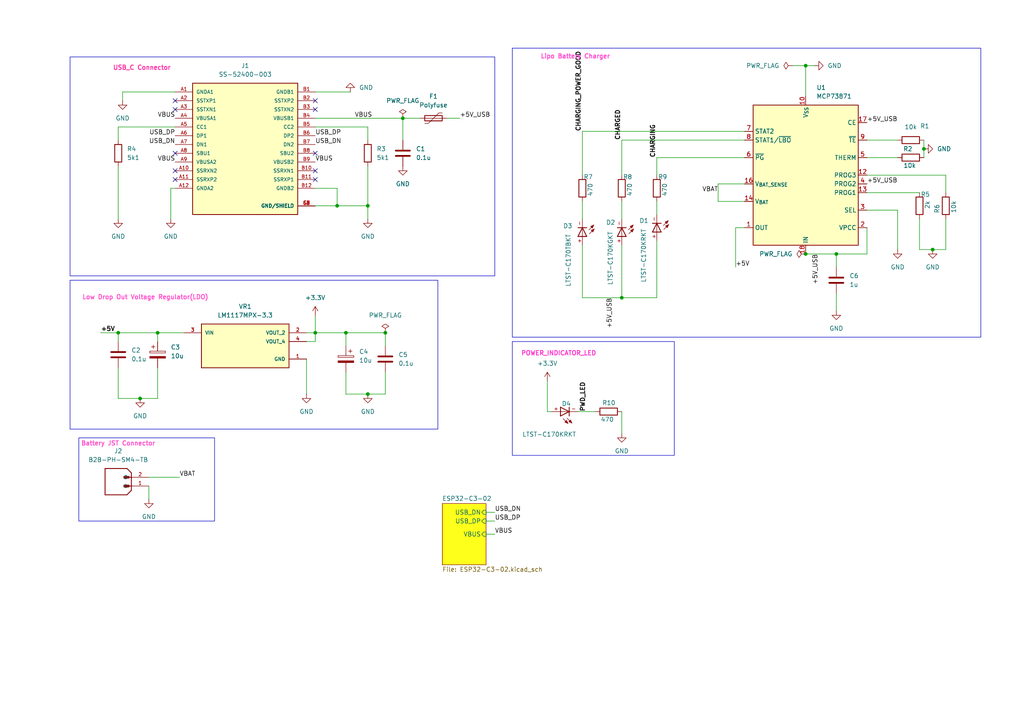
<source format=kicad_sch>
(kicad_sch (version 20250114) (generator "eeschema") (generator_version "9.0")
  (paper "A4")
  (title_block (title "ESP32 IOT ") (date "2025-08-25") (company "Self Initiated") (comment 1 "Made By- Er. Abhishek Yadav"))
  (lib_symbols
    (symbol "B2B-PH-SM4-TB:B2B-PH-SM4-TB" (pin_names (offset 1.016))
      (property "Reference" "J" (at 0 6.35 0))
      (property "Value" "B2B-PH-SM4-TB" (at 0 -5.08 0))
      (symbol "B2B-PH-SM4-TB_0_0"
        (polyline (pts (xy 0 3.81) (xy 0 2.54)) (stroke (width 0.254)))
        (polyline (pts (xy 0 3.81) (xy 1.27 5.08)) (stroke (width 0.254)))
        (polyline (pts (xy 0 2.54) (xy 0 -1.27)) (stroke (width 0.254)))
        (polyline (pts (xy 0 2.54) (xy 1.905 2.54)) (stroke (width 0.254)))
        (polyline (pts (xy 0 0) (xy 1.905 0)) (stroke (width 0.254)))
        (polyline (pts (xy 0 -1.27) (xy 1.27 -2.54)) (stroke (width 0.254)))
        (rectangle (start 0.635 2.2225) (end 2.2225 2.8575) (stroke (width 0.1)) (fill (type outline)))
        (rectangle (start 0.635 -0.3175) (end 2.2225 0.3175) (stroke (width 0.1)) (fill (type outline)))
        (polyline (pts (xy 1.27 -2.54) (xy 7.62 -2.54)) (stroke (width 0.254)))
        (polyline (pts (xy 7.62 5.08) (xy 1.27 5.08)) (stroke (width 0.254)))
        (polyline (pts (xy 7.62 -2.54) (xy 7.62 5.08)) (stroke (width 0.254)))
        (pin passive line (at -5.08 2.54 0) (length 5.08) (name "1") (number "1"))
        (pin passive line (at -5.08 0 0) (length 5.08) (name "2") (number "2"))
      )
    )
    (symbol "Battery_Management:MCP73871"
      (property "Reference" "U" (at -7.62 24.13 0))
      (property "Value" "MCP73871" (at -15.24 21.59 0))
      (symbol "MCP73871_0_1"
        (rectangle (start -15.24 20.32) (end 15.24 -20.32) (stroke (width 0.254)) (fill (type background)))
      )
      (symbol "MCP73871_1_1"
        (pin input line (at -17.78 15.24 0) (length 2.54) (name "VPCC") (number "2"))
        (pin input line (at -17.78 10.16 0) (length 2.54) (name "SEL") (number "3"))
        (pin bidirectional line (at -17.78 5.08 0) (length 2.54) (name "PROG1") (number "13"))
        (pin input line (at -17.78 2.54 0) (length 2.54) (name "PROG2") (number "4"))
        (pin bidirectional line (at -17.78 0 0) (length 2.54) (name "PROG3") (number "12"))
        (pin bidirectional line (at -17.78 -5.08 0) (length 2.54) (name "THERM") (number "5"))
        (pin input line (at -17.78 -10.16 0) (length 2.54) (name "~{TE}") (number "9"))
        (pin input line (at -17.78 -15.24 0) (length 2.54) (name "CE") (number "17"))
        (pin power_in line (at 0 22.86 270) (length 2.54) (name "IN") (number "18"))
        (pin passive line (at 0 22.86 270) (length 2.54) (hide yes) (name "IN") (number "19"))
        (pin power_in line (at 0 -22.86 90) (length 2.54) (name "V_{SS}") (number "10"))
        (pin passive line (at 0 -22.86 90) (length 2.54) (hide yes) (name "V_{SS}") (number "11"))
        (pin passive line (at 0 -22.86 90) (length 2.54) (hide yes) (name "V_{SS}") (number "21"))
        (pin power_out line (at 17.78 15.24 180) (length 2.54) (name "OUT") (number "1"))
        (pin passive line (at 17.78 15.24 180) (length 2.54) (hide yes) (name "OUT") (number "20"))
        (pin power_out line (at 17.78 7.62 180) (length 2.54) (name "V_{BAT}") (number "14"))
        (pin passive line (at 17.78 7.62 180) (length 2.54) (hide yes) (name "V_{BAT}") (number "15"))
        (pin input line (at 17.78 2.54 180) (length 2.54) (name "V_{BAT_SENSE}") (number "16"))
        (pin open_collector line (at 17.78 -5.08 180) (length 2.54) (name "~{PG}") (number "6"))
        (pin open_collector line (at 17.78 -10.16 180) (length 2.54) (name "STAT1/~{LBO}") (number "8"))
        (pin open_collector line (at 17.78 -12.7 180) (length 2.54) (name "STAT2") (number "7"))
      )
    )
    (symbol "Device:C" (pin_numbers (hide yes)) (pin_names (offset 0.254))
      (property "Reference" "C" (at 0.635 2.54 0))
      (property "Value" "C" (at 0.635 -2.54 0))
      (symbol "C_0_1"
        (polyline (pts (xy -2.032 0.762) (xy 2.032 0.762)) (stroke (width 0.508)))
        (polyline (pts (xy -2.032 -0.762) (xy 2.032 -0.762)) (stroke (width 0.508)))
      )
      (symbol "C_1_1"
        (pin passive line (at 0 3.81 270) (length 2.794) (name "~") (number "1"))
        (pin passive line (at 0 -3.81 90) (length 2.794) (name "~") (number "2"))
      )
    )
    (symbol "Device:C_Polarized" (pin_numbers (hide yes)) (pin_names (offset 0.254))
      (property "Reference" "C" (at 0.635 2.54 0))
      (property "Value" "C_Polarized" (at 0.635 -2.54 0))
      (symbol "C_Polarized_0_1"
        (rectangle (start -2.286 0.508) (end 2.286 1.016))
        (polyline (pts (xy -1.778 2.286) (xy -0.762 2.286)))
        (polyline (pts (xy -1.27 2.794) (xy -1.27 1.778)))
        (rectangle (start 2.286 -0.508) (end -2.286 -1.016) (fill (type outline)))
      )
      (symbol "C_Polarized_1_1"
        (pin passive line (at 0 3.81 270) (length 2.794) (name "~") (number "1"))
        (pin passive line (at 0 -3.81 90) (length 2.794) (name "~") (number "2"))
      )
    )
    (symbol "Device:Polyfuse" (pin_numbers (hide yes)) (pin_names (offset 0))
      (property "Reference" "F" (at -2.54 0 90))
      (property "Value" "Polyfuse" (at 2.54 0 90))
      (symbol "Polyfuse_0_1"
        (polyline (pts (xy -1.524 2.54) (xy -1.524 1.524) (xy 1.524 -1.524) (xy 1.524 -2.54)))
        (rectangle (start -0.762 2.54) (end 0.762 -2.54) (stroke (width 0.254)))
        (polyline (pts (xy 0 2.54) (xy 0 -2.54)))
      )
      (symbol "Polyfuse_1_1"
        (pin passive line (at 0 3.81 270) (length 1.27) (name "~") (number "1"))
        (pin passive line (at 0 -3.81 90) (length 1.27) (name "~") (number "2"))
      )
    )
    (symbol "Device:R" (pin_numbers (hide yes)) (pin_names (offset 0))
      (property "Reference" "R" (at 2.032 0 90))
      (property "Value" "R" (at 0 0 90))
      (symbol "R_0_1"
        (rectangle (start -1.016 -2.54) (end 1.016 2.54) (stroke (width 0.254)))
      )
      (symbol "R_1_1"
        (pin passive line (at 0 3.81 270) (length 1.27) (name "~") (number "1"))
        (pin passive line (at 0 -3.81 90) (length 1.27) (name "~") (number "2"))
      )
    )
    (symbol "LM1117MPX-3.3:LM1117MPX-3.3" (pin_names (offset 1.016))
      (property "Reference" "VR" (at -12.7 6.08 0))
      (property "Value" "LM1117MPX-3.3" (at -12.7 -9.08 0))
      (symbol "LM1117MPX-3.3_0_0"
        (rectangle (start -12.7 -7.62) (end 12.7 5.08) (stroke (width 0.254)) (fill (type background)))
        (pin input line (at -17.78 2.54 0) (length 5.08) (name "VIN") (number "3"))
        (pin passive line (at 17.78 2.54 180) (length 5.08) (name "VOUT_2") (number "2"))
        (pin passive line (at 17.78 0 180) (length 5.08) (name "VOUT_4") (number "4"))
        (pin power_in line (at 17.78 -5.08 180) (length 5.08) (name "GND") (number "1"))
      )
    )
    (symbol "LTST-C170KGKT:LTST-C170KGKT" (pin_names (offset 1.016))
      (property "Reference" "D" (at -2.0353 4.0705 0))
      (property "Value" "LTST-C170KGKT" (at -2.0323 -5.7159 0))
      (symbol "LTST-C170KGKT_0_0"
        (polyline (pts (xy -0.762 3.302) (xy 0.127 2.921) (xy -0.381 2.413) (xy -0.762 3.302)) (stroke (width 0.1524)) (fill (type outline)))
        (polyline (pts (xy 0 0) (xy 0 1.27)) (stroke (width 0.254)))
        (polyline (pts (xy 0 0) (xy 2.54 1.27)) (stroke (width 0.254)))
        (polyline (pts (xy 0 -1.27) (xy 0 0)) (stroke (width 0.254)))
        (polyline (pts (xy 0.381 3.429) (xy 1.27 3.048) (xy 0.762 2.54) (xy 0.381 3.429)) (stroke (width 0.1524)) (fill (type outline)))
        (polyline (pts (xy 0.635 1.905) (xy -0.762 3.302)) (stroke (width 0.1524)))
        (polyline (pts (xy 1.778 2.032) (xy 0.381 3.429)) (stroke (width 0.1524)))
        (polyline (pts (xy 2.54 0) (xy 0 0)) (stroke (width 0.1524)))
        (polyline (pts (xy 2.54 0) (xy 2.54 1.27)) (stroke (width 0.254)))
        (polyline (pts (xy 2.54 -1.27) (xy 0 0)) (stroke (width 0.254)))
        (polyline (pts (xy 2.54 -1.27) (xy 2.54 0)) (stroke (width 0.254)))
        (pin passive line (at -2.54 0 0) (length 2.54) (name "~") (number "-"))
        (pin passive line (at 5.08 0 180) (length 2.54) (name "~") (number "+"))
      )
    )
    (symbol "LTST-C170KRKT:LTST-C170KRKT" (pin_names (offset 1.016))
      (property "Reference" "D" (at -2.0343 4.0686 0))
      (property "Value" "LTST-C170KRKT" (at -2.0325 -5.7164 0))
      (symbol "LTST-C170KRKT_0_0"
        (polyline (pts (xy -0.762 3.302) (xy 0.127 2.921) (xy -0.381 2.413) (xy -0.762 3.302)) (stroke (width 0.1524)) (fill (type outline)))
        (polyline (pts (xy 0 0) (xy 0 1.27)) (stroke (width 0.254)))
        (polyline (pts (xy 0 0) (xy 2.54 1.27)) (stroke (width 0.254)))
        (polyline (pts (xy 0 -1.27) (xy 0 0)) (stroke (width 0.254)))
        (polyline (pts (xy 0.381 3.429) (xy 1.27 3.048) (xy 0.762 2.54) (xy 0.381 3.429)) (stroke (width 0.1524)) (fill (type outline)))
        (polyline (pts (xy 0.635 1.905) (xy -0.762 3.302)) (stroke (width 0.1524)))
        (polyline (pts (xy 1.778 2.032) (xy 0.381 3.429)) (stroke (width 0.1524)))
        (polyline (pts (xy 2.54 0) (xy 0 0)) (stroke (width 0.1524)))
        (polyline (pts (xy 2.54 0) (xy 2.54 1.27)) (stroke (width 0.254)))
        (polyline (pts (xy 2.54 -1.27) (xy 0 0)) (stroke (width 0.254)))
        (polyline (pts (xy 2.54 -1.27) (xy 2.54 0)) (stroke (width 0.254)))
        (pin passive line (at -2.54 0 0) (length 2.54) (name "~") (number "-"))
        (pin passive line (at 5.08 0 180) (length 2.54) (name "~") (number "+"))
      )
    )
    (symbol "LTST-C170TBKT:LTST-C170TBKT" (pin_names (offset 1.016))
      (property "Reference" "D" (at -2.0354 4.0708 0))
      (property "Value" "LTST-C170TBKT" (at -2.0343 -5.7214 0))
      (symbol "LTST-C170TBKT_0_0"
        (polyline (pts (xy -0.762 3.302) (xy 0.127 2.921) (xy -0.381 2.413) (xy -0.762 3.302)) (stroke (width 0.1524)) (fill (type outline)))
        (polyline (pts (xy 0 0) (xy 0 1.27)) (stroke (width 0.254)))
        (polyline (pts (xy 0 0) (xy 2.54 1.27)) (stroke (width 0.254)))
        (polyline (pts (xy 0 -1.27) (xy 0 0)) (stroke (width 0.254)))
        (polyline (pts (xy 0.381 3.429) (xy 1.27 3.048) (xy 0.762 2.54) (xy 0.381 3.429)) (stroke (width 0.1524)) (fill (type outline)))
        (polyline (pts (xy 0.635 1.905) (xy -0.762 3.302)) (stroke (width 0.1524)))
        (polyline (pts (xy 1.778 2.032) (xy 0.381 3.429)) (stroke (width 0.1524)))
        (polyline (pts (xy 2.54 0) (xy 0 0)) (stroke (width 0.1524)))
        (polyline (pts (xy 2.54 0) (xy 2.54 1.27)) (stroke (width 0.254)))
        (polyline (pts (xy 2.54 -1.27) (xy 0 0)) (stroke (width 0.254)))
        (polyline (pts (xy 2.54 -1.27) (xy 2.54 0)) (stroke (width 0.254)))
        (pin passive line (at -2.54 0 0) (length 2.54) (name "~") (number "-"))
        (pin passive line (at 5.08 0 180) (length 2.54) (name "~") (number "+"))
      )
    )
    (symbol "SS-52400-003:SS-52400-003" (pin_names (offset 1.016))
      (property "Reference" "J" (at -15.24 19.05 0))
      (property "Value" "SS-52400-003" (at -15.24 -22.86 0))
      (symbol "SS-52400-003_0_0"
        (rectangle (start -15.24 -20.32) (end 15.24 17.78) (stroke (width 0.254)) (fill (type background)))
        (pin power_in line (at -20.32 15.24 0) (length 5.08) (name "GNDA1") (number "A1"))
        (pin bidirectional line (at -20.32 12.7 0) (length 5.08) (name "SSTXP1") (number "A2"))
        (pin bidirectional line (at -20.32 10.16 0) (length 5.08) (name "SSTXN1") (number "A3"))
        (pin power_in line (at -20.32 7.62 0) (length 5.08) (name "VBUSA1") (number "A4"))
        (pin bidirectional line (at -20.32 5.08 0) (length 5.08) (name "CC1") (number "A5"))
        (pin bidirectional line (at -20.32 2.54 0) (length 5.08) (name "DP1") (number "A6"))
        (pin bidirectional line (at -20.32 0 0) (length 5.08) (name "DN1") (number "A7"))
        (pin bidirectional line (at -20.32 -2.54 0) (length 5.08) (name "SBU1") (number "A8"))
        (pin power_in line (at -20.32 -5.08 0) (length 5.08) (name "VBUSA2") (number "A9"))
        (pin bidirectional line (at -20.32 -7.62 0) (length 5.08) (name "SSRXN2") (number "A10"))
        (pin bidirectional line (at -20.32 -10.16 0) (length 5.08) (name "SSRXP2") (number "A11"))
        (pin power_in line (at -20.32 -12.7 0) (length 5.08) (name "GNDA2") (number "A12"))
        (pin power_in line (at 20.32 15.24 180) (length 5.08) (name "GNDB1") (number "B1"))
        (pin bidirectional line (at 20.32 12.7 180) (length 5.08) (name "SSTXP2") (number "B2"))
        (pin bidirectional line (at 20.32 10.16 180) (length 5.08) (name "SSTXN2") (number "B3"))
        (pin power_in line (at 20.32 7.62 180) (length 5.08) (name "VBUSB1") (number "B4"))
        (pin bidirectional line (at 20.32 5.08 180) (length 5.08) (name "CC2") (number "B5"))
        (pin bidirectional line (at 20.32 2.54 180) (length 5.08) (name "DP2") (number "B6"))
        (pin bidirectional line (at 20.32 0 180) (length 5.08) (name "DN2") (number "B7"))
        (pin bidirectional line (at 20.32 -2.54 180) (length 5.08) (name "SBU2") (number "B8"))
        (pin power_in line (at 20.32 -5.08 180) (length 5.08) (name "VBUSB2") (number "B9"))
        (pin bidirectional line (at 20.32 -7.62 180) (length 5.08) (name "SSRXN1") (number "B10"))
        (pin bidirectional line (at 20.32 -10.16 180) (length 5.08) (name "SSRXP1") (number "B11"))
        (pin power_in line (at 20.32 -12.7 180) (length 5.08) (name "GNDB2") (number "B12"))
        (pin power_in line (at 20.32 -17.78 180) (length 5.08) (name "GND/SHIELD") (number "G1"))
        (pin power_in line (at 20.32 -17.78 180) (length 5.08) (name "GND/SHIELD") (number "G2"))
        (pin power_in line (at 20.32 -17.78 180) (length 5.08) (name "GND/SHIELD") (number "G3"))
        (pin power_in line (at 20.32 -17.78 180) (length 5.08) (name "GND/SHIELD") (number "G4"))
        (pin power_in line (at 20.32 -17.78 180) (length 5.08) (name "GND/SHIELD") (number "S1"))
        (pin power_in line (at 20.32 -17.78 180) (length 5.08) (name "GND/SHIELD") (number "S2"))
        (pin power_in line (at 20.32 -17.78 180) (length 5.08) (name "GND/SHIELD") (number "S3"))
        (pin power_in line (at 20.32 -17.78 180) (length 5.08) (name "GND/SHIELD") (number "S4"))
      )
    )
    (symbol "power:+3.3V" (power) (pin_numbers (hide yes)) (pin_names (offset 0) (hide yes))
      (property "Value" "+3.3V" (at 0 3.556 0))
      (symbol "+3.3V_0_1"
        (polyline (pts (xy -0.762 1.27) (xy 0 2.54)))
        (polyline (pts (xy 0 2.54) (xy 0.762 1.27)))
        (polyline (pts (xy 0 0) (xy 0 2.54)))
      )
      (symbol "+3.3V_1_1"
        (pin power_in line (at 0 0 90) (length 0) (name "~") (number "1"))
      )
    )
    (symbol "power:GND" (power) (pin_numbers (hide yes)) (pin_names (offset 0) (hide yes))
      (property "Value" "GND" (at 0 -3.81 0))
      (symbol "GND_0_1"
        (polyline (pts (xy 0 0) (xy 0 -1.27) (xy 1.27 -1.27) (xy 0 -2.54) (xy -1.27 -1.27) (xy 0 -1.27)))
      )
      (symbol "GND_1_1"
        (pin power_in line (at 0 0 270) (length 0) (name "~") (number "1"))
      )
    )
    (symbol "power:PWR_FLAG" (power) (pin_numbers (hide yes)) (pin_names (offset 0) (hide yes))
      (property "Value" "PWR_FLAG" (at 0 3.81 0))
      (symbol "PWR_FLAG_0_0"
        (pin power_out line (at 0 0 90) (length 0) (name "~") (number "1"))
      )
      (symbol "PWR_FLAG_0_1"
        (polyline (pts (xy 0 0) (xy 0 1.27) (xy -1.016 1.905) (xy 0 2.54) (xy 1.016 1.905) (xy 0 1.27)))
      )
    )
  )
  (rectangle (start 22.86 127) (end 62.23 151.13))
  (rectangle (start 148.59 13.97) (end 284.48 97.79))
  (rectangle (start 20.32 16.51) (end 143.51 80.01))
  (rectangle (start 148.59 99.06) (end 195.58 132.08))
  (rectangle (start 20.32 81.28) (end 127 124.46))
  (text "Battery JST Connector" (at 34.29 128.778 0) (effects (font (size 1.27 1.27) (thickness 0.254) (bold yes))))
  (text "POWER_INDICATOR_LED" (at 162.052 102.616 0) (effects (font (size 1.27 1.27) (thickness 0.254) (bold yes))))
  (text "Lipo Battery Charger" (at 166.878 16.51 0) (effects (font (size 1.27 1.27) (thickness 0.254) (bold yes))))
  (text "USB_C Connector" (at 41.148 19.812 0) (effects (font (size 1.27 1.27) (thickness 0.254) (bold yes))))
  (text "Low Drop Out Voltage Regulator(LDO)" (at 42.164 86.36 0) (effects (font (size 1.27 1.27) (thickness 0.254) (bold yes))))
  (junction (at 233.68 19.05))
  (junction (at 270.51 72.39))
  (junction (at 180.34 86.36))
  (junction (at 97.79 59.69))
  (junction (at 91.44 96.52))
  (junction (at 40.64 115.57))
  (junction (at 106.68 59.69))
  (junction (at 45.72 96.52))
  (junction (at 100.33 96.52))
  (junction (at 111.76 96.52))
  (junction (at 233.68 73.66))
  (junction (at 34.29 96.52))
  (junction (at 267.97 43.18))
  (junction (at 106.68 114.3))
  (junction (at 242.57 73.66))
  (junction (at 116.84 34.29))
  (no_connect (at 91.44 31.75))
  (no_connect (at 50.8 31.75))
  (no_connect (at 91.44 29.21))
  (no_connect (at 91.44 52.07))
  (no_connect (at 50.8 29.21))
  (no_connect (at 50.8 44.45))
  (no_connect (at 91.44 49.53))
  (no_connect (at 50.8 49.53))
  (no_connect (at 50.8 52.07))
  (no_connect (at 91.44 44.45))
  (wire (pts (xy 45.72 115.57) (xy 40.64 115.57)))
  (wire (pts (xy 267.97 40.64) (xy 267.97 43.18)))
  (wire (pts (xy 91.44 54.61) (xy 97.79 54.61)))
  (wire (pts (xy 91.44 34.29) (xy 116.84 34.29)))
  (wire (pts (xy 111.76 107.95) (xy 111.76 114.3)))
  (wire (pts (xy 50.8 36.83) (xy 34.29 36.83)))
  (wire (pts (xy 97.79 59.69) (xy 106.68 59.69)))
  (wire (pts (xy 50.8 54.61) (xy 49.53 54.61)))
  (wire (pts (xy 106.68 59.69) (xy 106.68 63.5)))
  (wire (pts (xy 100.33 96.52) (xy 100.33 100.33)))
  (wire (pts (xy 242.57 73.66) (xy 242.57 77.47)))
  (wire (pts (xy 190.5 58.42) (xy 190.5 62.23)))
  (wire (pts (xy 43.18 140.97) (xy 43.18 144.78)))
  (wire (pts (xy 158.75 119.38) (xy 160.02 119.38)))
  (wire (pts (xy 106.68 114.3) (xy 111.76 114.3)))
  (wire (pts (xy 50.8 26.67) (xy 35.56 26.67)))
  (wire (pts (xy 34.29 36.83) (xy 34.29 40.64)))
  (wire (pts (xy 180.34 86.36) (xy 190.5 86.36)))
  (wire (pts (xy 190.5 45.72) (xy 215.9 45.72)))
  (wire (pts (xy 233.68 27.94) (xy 233.68 19.05)))
  (wire (pts (xy 180.34 71.12) (xy 180.34 86.36)))
  (wire (pts (xy 91.44 91.44) (xy 91.44 96.52)))
  (wire (pts (xy 116.84 34.29) (xy 116.84 40.64)))
  (wire (pts (xy 88.9 99.06) (xy 91.44 99.06)))
  (wire (pts (xy 215.9 66.04) (xy 213.36 66.04)))
  (wire (pts (xy 35.56 26.67) (xy 35.56 29.21)))
  (wire (pts (xy 242.57 73.66) (xy 251.46 73.66)))
  (wire (pts (xy 97.79 54.61) (xy 97.79 59.69)))
  (wire (pts (xy 180.34 58.42) (xy 180.34 63.5)))
  (wire (pts (xy 106.68 40.64) (xy 106.68 36.83)))
  (wire (pts (xy 233.68 19.05) (xy 236.22 19.05)))
  (wire (pts (xy 49.53 54.61) (xy 49.53 63.5)))
  (wire (pts (xy 251.46 55.88) (xy 266.7 55.88)))
  (wire (pts (xy 266.7 63.5) (xy 266.7 72.39)))
  (wire (pts (xy 251.46 73.66) (xy 251.46 66.04)))
  (wire (pts (xy 180.34 40.64) (xy 215.9 40.64)))
  (wire (pts (xy 34.29 48.26) (xy 34.29 63.5)))
  (wire (pts (xy 251.46 45.72) (xy 260.35 45.72)))
  (wire (pts (xy 91.44 96.52) (xy 88.9 96.52)))
  (wire (pts (xy 91.44 99.06) (xy 91.44 96.52)))
  (wire (pts (xy 270.51 72.39) (xy 266.7 72.39)))
  (wire (pts (xy 34.29 96.52) (xy 34.29 99.06)))
  (wire (pts (xy 140.97 154.94) (xy 143.51 154.94)))
  (wire (pts (xy 233.68 19.05) (xy 229.87 19.05)))
  (wire (pts (xy 29.21 96.52) (xy 34.29 96.52)))
  (wire (pts (xy 168.91 38.1) (xy 215.9 38.1)))
  (wire (pts (xy 242.57 85.09) (xy 242.57 90.17)))
  (wire (pts (xy 168.91 38.1) (xy 168.91 50.8)))
  (wire (pts (xy 208.28 58.42) (xy 215.9 58.42)))
  (wire (pts (xy 251.46 40.64) (xy 260.35 40.64)))
  (wire (pts (xy 213.36 66.04) (xy 213.36 77.47)))
  (wire (pts (xy 274.32 72.39) (xy 270.51 72.39)))
  (wire (pts (xy 168.91 58.42) (xy 168.91 63.5)))
  (wire (pts (xy 158.75 110.49) (xy 158.75 119.38)))
  (wire (pts (xy 215.9 53.34) (xy 208.28 53.34)))
  (wire (pts (xy 43.18 138.43) (xy 52.07 138.43)))
  (wire (pts (xy 274.32 63.5) (xy 274.32 72.39)))
  (wire (pts (xy 100.33 114.3) (xy 106.68 114.3)))
  (wire (pts (xy 208.28 53.34) (xy 208.28 58.42)))
  (wire (pts (xy 40.64 115.57) (xy 34.29 115.57)))
  (wire (pts (xy 106.68 48.26) (xy 106.68 59.69)))
  (wire (pts (xy 45.72 96.52) (xy 53.34 96.52)))
  (wire (pts (xy 88.9 104.14) (xy 88.9 114.3)))
  (wire (pts (xy 168.91 86.36) (xy 180.34 86.36)))
  (wire (pts (xy 140.97 151.13) (xy 143.51 151.13)))
  (wire (pts (xy 274.32 55.88) (xy 274.32 50.8)))
  (wire (pts (xy 45.72 96.52) (xy 45.72 99.06)))
  (wire (pts (xy 267.97 43.18) (xy 267.97 45.72)))
  (wire (pts (xy 45.72 106.68) (xy 45.72 115.57)))
  (wire (pts (xy 111.76 96.52) (xy 100.33 96.52)))
  (wire (pts (xy 34.29 96.52) (xy 45.72 96.52)))
  (wire (pts (xy 190.5 45.72) (xy 190.5 50.8)))
  (wire (pts (xy 172.72 119.38) (xy 167.64 119.38)))
  (wire (pts (xy 129.54 34.29) (xy 133.35 34.29)))
  (wire (pts (xy 111.76 100.33) (xy 111.76 96.52)))
  (wire (pts (xy 140.97 148.59) (xy 143.51 148.59)))
  (wire (pts (xy 180.34 40.64) (xy 180.34 50.8)))
  (wire (pts (xy 260.35 60.96) (xy 251.46 60.96)))
  (wire (pts (xy 233.68 73.66) (xy 242.57 73.66)))
  (wire (pts (xy 34.29 115.57) (xy 34.29 106.68)))
  (wire (pts (xy 116.84 34.29) (xy 121.92 34.29)))
  (wire (pts (xy 91.44 96.52) (xy 100.33 96.52)))
  (wire (pts (xy 91.44 26.67) (xy 101.6 26.67)))
  (wire (pts (xy 251.46 50.8) (xy 274.32 50.8)))
  (wire (pts (xy 190.5 86.36) (xy 190.5 69.85)))
  (wire (pts (xy 100.33 107.95) (xy 100.33 114.3)))
  (wire (pts (xy 91.44 59.69) (xy 97.79 59.69)))
  (wire (pts (xy 260.35 72.39) (xy 260.35 60.96)))
  (wire (pts (xy 180.34 119.38) (xy 180.34 125.73)))
  (wire (pts (xy 106.68 36.83) (xy 91.44 36.83)))
  (wire (pts (xy 168.91 71.12) (xy 168.91 86.36)))
  (label "USB_DN" (at 91.44 41.91 0))
  (label "VBUS" (at 143.51 154.94 0))
  (label "+5V" (at 29.21 96.52 0) (effects (font (thickness 0.254) (bold yes))))
  (label "PWD_LED" (at 170.18 119.38 90) (effects (font (thickness 0.254) (bold yes))))
  (label "+5V_USB" (at 133.35 34.29 0))
  (label "+5V" (at 213.36 77.47 0))
  (label "CHARGING_POWER_GOOD" (at 168.91 38.1 90) (effects (font (thickness 0.254) (bold yes))))
  (label "USB_DP" (at 50.8 39.37 180))
  (label "VBUS" (at 102.87 34.29 0))
  (label "VBUS" (at 50.8 34.29 180))
  (label "VBUS" (at 50.8 46.99 180))
  (label "+5V_USB" (at 177.8 86.36 270))
  (label "+5V_USB" (at 237.49 73.66 270))
  (label "USB_DN" (at 50.8 41.91 180))
  (label "+5V_USB" (at 251.46 53.34 0))
  (label "CHARGING" (at 190.5 45.72 90) (effects (font (thickness 0.254) (bold yes))))
  (label "USB_DN" (at 143.51 148.59 0) (effects (font (thickness 0.1588))))
  (label "VBAT" (at 208.28 55.88 180))
  (label "+5V_USB" (at 251.46 35.56 0))
  (label "USB_DP" (at 91.44 39.37 0))
  (label "CHARGED" (at 180.34 40.64 90) (effects (font (thickness 0.254) (bold yes))))
  (label "USB_DP" (at 143.51 151.13 0) (effects (font (thickness 0.1588))))
  (label "VBUS" (at 91.44 46.99 0))
  (label "VBAT" (at 52.07 138.43 0) (effects (font (thickness 0.1588))))
  (symbol (lib_id "power:GND") (at 180.34 125.73 0) (unit 1)
    (property "Reference" "#PWR017" (effects (hide yes)))
    (property "Value" "GND" (at 180.34 130.81 0))
    (property "Description" "Power symbol creates a global label with name \"GND\" , ground" (effects (hide yes)))
  )
  (symbol (lib_id "Device:C") (at 111.76 104.14 0) (mirror y) (unit 1)
    (property "Reference" "C5" (at 115.57 102.8699 0) (effects (justify right)))
    (property "Value" "0.1u" (at 115.57 105.4099 0) (effects (justify right)))
    (property "Footprint" "Capacitor_SMD:C_0805_2012Metric" (effects (hide yes)))
    (property "Description" "Unpolarized capacitor" (effects (hide yes)))
  )
  (symbol (lib_id "B2B-PH-SM4-TB:B2B-PH-SM4-TB") (at 38.1 138.43 180) (unit 1)
    (property "Reference" "J2" (at 34.29 130.81 0))
    (property "Value" "B2B-PH-SM4-TB" (at 34.29 133.35 0))
    (property "Footprint" "B2B-PH-SM4-TB:JST_B2B-PH-SM4-TB" (effects (hide yes)))
    (property "MF" "JST" (effects (hide yes)))
    (property "MAXIMUM_PACKAGE_HEIGHT" "6.6 mm" (effects (hide yes)))
    (property "Package" "NON STANDARD-2 JST" (effects (hide yes)))
    (property "Price" "None" (effects (hide yes)))
    (property "Check_prices" "https://www.snapeda.com/parts/B2B-PH-SM4-TB/JST/view-part/?ref=eda" (effects (hide yes)))
    (property "STANDARD" "Manufacturer Recommendations" (effects (hide yes)))
    (property "PARTREV" "N/A" (effects (hide yes)))
    (property "SnapEDA_Link" "https://www.snapeda.com/parts/B2B-PH-SM4-TB/JST/view-part/?ref=snap" (effects (hide yes)))
    (property "MP" "B2B-PH-SM4-TB" (effects (hide yes)))
    (property "Description_1" "Connector Header Surface Mount 2 position 0.079 (2.00mm)" (effects (hide yes)))
    (property "Availability" "In Stock" (effects (hide yes)))
    (property "MANUFACTURER" "JST" (effects (hide yes)))
  )
  (symbol (lib_id "power:GND") (at 236.22 19.05 90) (unit 1)
    (property "Reference" "#PWR09" (effects (hide yes)))
    (property "Value" "GND" (at 240.03 19.0499 90) (effects (justify right)))
    (property "Description" "Power symbol creates a global label with name \"GND\" , ground" (effects (hide yes)))
  )
  (symbol (lib_id "LTST-C170KRKT:LTST-C170KRKT") (at 190.5 64.77 270) (unit 1)
    (property "Reference" "D1" (at 185.42 64.008 90) (effects (justify left)))
    (property "Value" "LTST-C170KRKT" (at 186.69 66.294 0) (effects (justify left)))
    (property "Footprint" "LTST-C170KRKT:DIOC200X125X110" (effects (hide yes)))
    (property "MF" "Lite-On Inc." (effects (hide yes)))
    (property "Description_1" "Red 631nm LED Indication - Discrete 2V 0805 (2012 Metric)" (effects (hide yes)))
    (property "Package" "0805 Lite-On" (effects (hide yes)))
    (property "Price" "None" (effects (hide yes)))
    (property "Check_prices" "https://www.snapeda.com/parts/LTST-C170KRKT/Lite-On/view-part/?ref=eda" (effects (hide yes)))
    (property "SnapEDA_Link" "https://www.snapeda.com/parts/LTST-C170KRKT/Lite-On/view-part/?ref=snap" (effects (hide yes)))
    (property "MP" "LTST-C170KRKT" (effects (hide yes)))
    (property "Availability" "In Stock" (effects (hide yes)))
    (property "MANUFACTURER" "LiteOn" (effects (hide yes)))
  )
  (symbol (lib_id "power:GND") (at 260.35 72.39 0) (unit 1)
    (property "Reference" "#PWR055" (effects (hide yes)))
    (property "Value" "GND" (at 260.35 77.47 0))
    (property "Description" "Power symbol creates a global label with name \"GND\" , ground" (effects (hide yes)))
  )
  (symbol (lib_id "power:GND") (at 267.97 43.18 90) (unit 1)
    (property "Reference" "#PWR01" (effects (hide yes)))
    (property "Value" "GND" (at 271.78 43.1799 90) (effects (justify right)))
    (property "Description" "Power symbol creates a global label with name \"GND\" , ground" (effects (hide yes)))
  )
  (symbol (lib_id "power:GND") (at 106.68 114.3 0) (unit 1)
    (property "Reference" "#PWR013" (effects (hide yes)))
    (property "Value" "GND" (at 106.68 119.38 0))
    (property "Description" "Power symbol creates a global label with name \"GND\" , ground" (effects (hide yes)))
  )
  (symbol (lib_id "LM1117MPX-3.3:LM1117MPX-3.3") (at 71.12 99.06 0) (unit 1)
    (property "Reference" "VR1" (at 71.12 88.9 0))
    (property "Value" "LM1117MPX-3.3" (at 71.12 91.44 0))
    (property "Footprint" "LM1117MPX-3.3:VREG_LM1117MPX-3.3" (effects (hide yes)))
    (property "MF" "Texas Instruments" (effects (hide yes)))
    (property "MAXIMUM_PACKAGE_HEIGHT" "1.80 mm" (effects (hide yes)))
    (property "Package" "SOT-223-4 Texas Instruments" (effects (hide yes)))
    (property "Price" "None" (effects (hide yes)))
    (property "Check_prices" "https://www.snapeda.com/parts/LM1117MPX-3.3/Texas+Instruments/view-part/?ref=eda" (effects (hide yes)))
    (property "STANDARD" "IPC-7351B" (effects (hide yes)))
    (property "PARTREV" "O" (effects (hide yes)))
    (property "SnapEDA_Link" "https://www.snapeda.com/parts/LM1117MPX-3.3/Texas+Instruments/view-part/?ref=snap" (effects (hide yes)))
    (property "MP" "LM1117MPX-3.3" (effects (hide yes)))
    (property "Description_1" "800-mA 15-V linear voltage regulator" (effects (hide yes)))
    (property "Availability" "In Stock" (effects (hide yes)))
    (property "MANUFACTURER" "Texas Instruments" (effects (hide yes)))
  )
  (symbol (lib_id "Device:R") (at 106.68 44.45 0) (unit 1)
    (property "Reference" "R3" (at 109.22 43.1799 0) (effects (justify left)))
    (property "Value" "5k1" (at 109.22 45.7199 0) (effects (justify left)))
    (property "Footprint" "Resistor_SMD:R_0805_2012Metric" (effects (hide yes)))
    (property "Description" "Resistor" (effects (hide yes)))
  )
  (symbol (lib_id "Device:C") (at 116.84 44.45 0) (unit 1)
    (property "Reference" "C1" (at 120.65 43.1799 0) (effects (justify left)))
    (property "Value" "0.1u" (at 120.65 45.7199 0) (effects (justify left)))
    (property "Footprint" "Capacitor_SMD:C_0805_2012Metric" (effects (hide yes)))
    (property "Description" "Unpolarized capacitor" (effects (hide yes)))
  )
  (symbol (lib_id "power:PWR_FLAG") (at 116.84 34.29 0) (unit 1)
    (property "Reference" "#FLG03" (effects (hide yes)))
    (property "Value" "PWR_FLAG" (at 116.84 29.21 0))
    (property "Description" "Special symbol for telling ERC where power comes from" (effects (hide yes)))
  )
  (symbol (lib_id "Device:R") (at 176.53 119.38 90) (unit 1)
    (property "Reference" "R10" (at 178.562 116.84 90) (effects (justify left)))
    (property "Value" "470" (at 178.054 121.666 90) (effects (justify left)))
    (property "Footprint" "Resistor_SMD:R_0805_2012Metric" (effects (hide yes)))
    (property "Description" "Resistor" (effects (hide yes)))
  )
  (symbol (lib_id "Device:C") (at 34.29 102.87 0) (unit 1)
    (property "Reference" "C2" (at 38.1 101.5999 0) (effects (justify left)))
    (property "Value" "0.1u" (at 38.1 104.1399 0) (effects (justify left)))
    (property "Footprint" "Capacitor_SMD:C_0805_2012Metric" (effects (hide yes)))
    (property "Description" "Unpolarized capacitor" (effects (hide yes)))
  )
  (symbol (lib_id "LTST-C170KGKT:LTST-C170KGKT") (at 180.34 66.04 270) (unit 1)
    (property "Reference" "D2" (at 175.768 64.516 90) (effects (justify left)))
    (property "Value" "LTST-C170KGKT" (at 177.038 67.056 0) (effects (justify left)))
    (property "Footprint" "LTST-C170KGKT:DIOC200X125X110" (effects (hide yes)))
    (property "MF" "Lite-On Inc." (effects (hide yes)))
    (property "Description_1" "Green 571nm LED Indication - Discrete 2V 0805 (2012 Metric)" (effects (hide yes)))
    (property "Package" "0805 Lite-On" (effects (hide yes)))
    (property "Price" "None" (effects (hide yes)))
    (property "Check_prices" "https://www.snapeda.com/parts/LTST-C170KGKT/Lite-On/view-part/?ref=eda" (effects (hide yes)))
    (property "SnapEDA_Link" "https://www.snapeda.com/parts/LTST-C170KGKT/Lite-On/view-part/?ref=snap" (effects (hide yes)))
    (property "MP" "LTST-C170KGKT" (effects (hide yes)))
    (property "Availability" "In Stock" (effects (hide yes)))
    (property "MANUFACTURER" "LiteOn" (effects (hide yes)))
  )
  (symbol (lib_id "power:GND") (at 35.56 29.21 0) (unit 1)
    (property "Reference" "#PWR07" (effects (hide yes)))
    (property "Value" "GND" (at 35.56 34.29 0))
    (property "Description" "Power symbol creates a global label with name \"GND\" , ground" (effects (hide yes)))
  )
  (symbol (lib_id "LTST-C170KRKT:LTST-C170KRKT") (at 165.1 119.38 180) (unit 1)
    (property "Reference" "D4" (at 165.608 117.094 0) (effects (justify left)))
    (property "Value" "LTST-C170KRKT" (at 167.132 125.984 0) (effects (justify left)))
    (property "Footprint" "LTST-C170KRKT:DIOC200X125X110" (effects (hide yes)))
    (property "MF" "Lite-On Inc." (effects (hide yes)))
    (property "Description_1" "Red 631nm LED Indication - Discrete 2V 0805 (2012 Metric)" (effects (hide yes)))
    (property "Package" "0805 Lite-On" (effects (hide yes)))
    (property "Price" "None" (effects (hide yes)))
    (property "Check_prices" "https://www.snapeda.com/parts/LTST-C170KRKT/Lite-On/view-part/?ref=eda" (effects (hide yes)))
    (property "SnapEDA_Link" "https://www.snapeda.com/parts/LTST-C170KRKT/Lite-On/view-part/?ref=snap" (effects (hide yes)))
    (property "MP" "LTST-C170KRKT" (effects (hide yes)))
    (property "Availability" "In Stock" (effects (hide yes)))
    (property "MANUFACTURER" "LiteOn" (effects (hide yes)))
  )
  (symbol (lib_id "power:GND") (at 242.57 90.17 0) (unit 1)
    (property "Reference" "#PWR02" (effects (hide yes)))
    (property "Value" "GND" (at 242.57 95.25 0))
    (property "Description" "Power symbol creates a global label with name \"GND\" , ground" (effects (hide yes)))
  )
  (symbol (lib_id "Device:R") (at 274.32 59.69 180) (unit 1)
    (property "Reference" "R6" (at 271.78 59.182 90) (effects (justify left)))
    (property "Value" "10k" (at 276.606 58.166 90) (effects (justify left)))
    (property "Footprint" "Resistor_SMD:R_0805_2012Metric" (effects (hide yes)))
    (property "Description" "Resistor" (effects (hide yes)))
  )
  (symbol (lib_id "power:GND") (at 101.6 26.67 180) (unit 1)
    (property "Reference" "#PWR06" (effects (hide yes)))
    (property "Value" "GND" (at 104.14 25.3999 0) (effects (justify right)))
    (property "Description" "Power symbol creates a global label with name \"GND\" , ground" (effects (hide yes)))
  )
  (symbol (lib_id "Device:Polyfuse") (at 125.73 34.29 270) (unit 1)
    (property "Reference" "F1" (at 125.73 27.94 90))
    (property "Value" "Polyfuse" (at 125.73 30.48 90))
    (property "Footprint" "Resistor_THT:R_Radial_Power_L11.0mm_W7.0mm_P5.00mm" (effects (hide yes)))
    (property "Description" "Resettable fuse, polymeric positive temperature coefficient" (effects (hide yes)))
  )
  (symbol (lib_id "Device:C_Polarized") (at 100.33 104.14 0) (mirror y) (unit 1)
    (property "Reference" "C4" (at 104.14 101.9809 0) (effects (justify right)))
    (property "Value" "10u" (at 104.14 104.5209 0) (effects (justify right)))
    (property "Footprint" "Capacitor_Tantalum_SMD:CP_EIA-3528-21_Kemet-B" (effects (hide yes)))
    (property "Description" "Polarized capacitor" (effects (hide yes)))
  )
  (symbol (lib_id "Device:R") (at 190.5 54.61 180) (unit 1)
    (property "Reference" "R9" (at 193.548 51.308 0) (effects (justify left)))
    (property "Value" "470" (at 192.786 53.086 90) (effects (justify left)))
    (property "Footprint" "Resistor_SMD:R_0805_2012Metric" (effects (hide yes)))
    (property "Description" "Resistor" (effects (hide yes)))
  )
  (symbol (lib_id "SS-52400-003:SS-52400-003") (at 71.12 41.91 0) (unit 1)
    (property "Reference" "J1" (at 71.12 19.05 0))
    (property "Value" "SS-52400-003" (at 71.12 21.59 0))
    (property "Footprint" "SS-52400-003:BELFUSE_SS-52400-003" (effects (hide yes)))
    (property "MF" "Stewart Connector" (effects (hide yes)))
    (property "MAXIMUM_PACKAGE_HEIGHT" "2.96 mm" (effects (hide yes)))
    (property "Package" "None" (effects (hide yes)))
    (property "Price" "None" (effects (hide yes)))
    (property "Check_prices" "https://www.snapeda.com/parts/SS-52400-003/Stewart+Connector/view-part/?ref=eda" (effects (hide yes)))
    (property "STANDARD" "Manufacturer Recommendations" (effects (hide yes)))
    (property "PARTREV" "A0" (effects (hide yes)))
    (property "SnapEDA_Link" "https://www.snapeda.com/parts/SS-52400-003/Stewart+Connector/view-part/?ref=snap" (effects (hide yes)))
    (property "MP" "SS-52400-003" (effects (hide yes)))
    (property "Description_1" "USB Type-C Connector | USB 3.1 | 1 Port | Right Angle Receptacle | Shielded | 0.063 in (1.60mm) PCB Thickness" (effects (hide yes)))
    (property "Availability" "In Stock" (effects (hide yes)))
    (property "MANUFACTURER" "BelFuse" (effects (hide yes)))
  )
  (symbol (lib_id "Device:C_Polarized") (at 45.72 102.87 0) (unit 1)
    (property "Reference" "C3" (at 49.53 100.7109 0) (effects (justify left)))
    (property "Value" "10u" (at 49.53 103.2509 0) (effects (justify left)))
    (property "Footprint" "Capacitor_Tantalum_SMD:CP_EIA-3528-21_Kemet-B" (effects (hide yes)))
    (property "Description" "Polarized capacitor" (effects (hide yes)))
  )
  (symbol (lib_id "Device:R") (at 266.7 59.69 180) (unit 1)
    (property "Reference" "R5" (at 269.748 56.388 0) (effects (justify left)))
    (property "Value" "2k" (at 268.986 58.166 90) (effects (justify left)))
    (property "Footprint" "Resistor_SMD:R_0805_2012Metric" (effects (hide yes)))
    (property "Description" "Resistor" (effects (hide yes)))
  )
  (symbol (lib_id "Device:R") (at 34.29 44.45 0) (unit 1)
    (property "Reference" "R4" (at 36.83 43.1799 0) (effects (justify left)))
    (property "Value" "5k1" (at 36.83 45.7199 0) (effects (justify left)))
    (property "Footprint" "Resistor_SMD:R_0805_2012Metric" (effects (hide yes)))
    (property "Description" "Resistor" (effects (hide yes)))
  )
  (symbol (lib_id "power:GND") (at 116.84 48.26 0) (unit 1)
    (property "Reference" "#PWR08" (effects (hide yes)))
    (property "Value" "GND" (at 116.84 53.34 0))
    (property "Description" "Power symbol creates a global label with name \"GND\" , ground" (effects (hide yes)))
  )
  (symbol (lib_id "power:PWR_FLAG") (at 229.87 19.05 90) (unit 1)
    (property "Reference" "#FLG01" (effects (hide yes)))
    (property "Value" "PWR_FLAG" (at 226.06 19.0499 90) (effects (justify left)))
    (property "Description" "Special symbol for telling ERC where power comes from" (effects (hide yes)))
  )
  (symbol (lib_id "Device:R") (at 168.91 54.61 180) (unit 1)
    (property "Reference" "R7" (at 171.958 51.308 0) (effects (justify left)))
    (property "Value" "470" (at 171.196 53.086 90) (effects (justify left)))
    (property "Footprint" "Resistor_SMD:R_0805_2012Metric" (effects (hide yes)))
    (property "Description" "Resistor" (effects (hide yes)))
  )
  (symbol (lib_id "LTST-C170TBKT:LTST-C170TBKT") (at 168.91 66.04 270) (unit 1)
    (property "Reference" "D3" (at 163.322 65.532 90) (effects (justify left)))
    (property "Value" "LTST-C170TBKT" (at 164.846 67.818 0) (effects (justify left)))
    (property "Footprint" "LTST-C170TBKT:DIOC200X125X110" (effects (hide yes)))
    (property "MF" "Lite-On Inc." (effects (hide yes)))
    (property "Description_1" "Blue 470nm LED Indication - Discrete 3.3V 0805 (2012 Metric)" (effects (hide yes)))
    (property "Package" "0805 Lite-On" (effects (hide yes)))
    (property "Price" "None" (effects (hide yes)))
    (property "Check_prices" "https://www.snapeda.com/parts/LTST-C170TBKT/Lite-On/view-part/?ref=eda" (effects (hide yes)))
    (property "SnapEDA_Link" "https://www.snapeda.com/parts/LTST-C170TBKT/Lite-On/view-part/?ref=snap" (effects (hide yes)))
    (property "MP" "LTST-C170TBKT" (effects (hide yes)))
    (property "Availability" "In Stock" (effects (hide yes)))
    (property "MANUFACTURER" "LiteOn" (effects (hide yes)))
  )
  (symbol (lib_id "Device:C") (at 242.57 81.28 0) (unit 1)
    (property "Reference" "C6" (at 246.38 80.0099 0) (effects (justify left)))
    (property "Value" "1u" (at 246.38 82.5499 0) (effects (justify left)))
    (property "Footprint" "Capacitor_SMD:C_0805_2012Metric" (effects (hide yes)))
    (property "Description" "Unpolarized capacitor" (effects (hide yes)))
  )
  (symbol (lib_id "Device:R") (at 264.16 45.72 90) (unit 1)
    (property "Reference" "R2" (at 264.668 43.18 90) (effects (justify left)))
    (property "Value" "10k" (at 265.684 48.006 90) (effects (justify left)))
    (property "Footprint" "Resistor_SMD:R_0805_2012Metric" (effects (hide yes)))
    (property "Description" "Resistor" (effects (hide yes)))
  )
  (symbol (lib_id "power:+3.3V") (at 91.44 91.44 0) (unit 1)
    (property "Reference" "#PWR011" (effects (hide yes)))
    (property "Value" "+3.3V" (at 91.44 86.36 0))
    (property "Description" "Power symbol creates a global label with name \"+3.3V\"" (effects (hide yes)))
  )
  (symbol (lib_id "Device:R") (at 264.16 40.64 90) (unit 1)
    (property "Reference" "R1" (at 268.224 36.576 90))
    (property "Value" "10k" (at 264.16 36.83 90))
    (property "Footprint" "Resistor_SMD:R_0805_2012Metric" (effects (hide yes)))
    (property "Description" "Resistor" (effects (hide yes)))
  )
  (symbol (lib_id "power:GND") (at 88.9 114.3 0) (unit 1)
    (property "Reference" "#PWR014" (effects (hide yes)))
    (property "Value" "GND" (at 88.9 119.38 0))
    (property "Description" "Power symbol creates a global label with name \"GND\" , ground" (effects (hide yes)))
  )
  (symbol (lib_id "power:GND") (at 270.51 72.39 0) (unit 1)
    (property "Reference" "#PWR010" (effects (hide yes)))
    (property "Value" "GND" (at 270.51 77.47 0))
    (property "Description" "Power symbol creates a global label with name \"GND\" , ground" (effects (hide yes)))
  )
  (symbol (lib_id "power:GND") (at 34.29 63.5 0) (unit 1)
    (property "Reference" "#PWR04" (effects (hide yes)))
    (property "Value" "GND" (at 34.29 68.58 0))
    (property "Description" "Power symbol creates a global label with name \"GND\" , ground" (effects (hide yes)))
  )
  (symbol (lib_id "power:GND") (at 49.53 63.5 0) (unit 1)
    (property "Reference" "#PWR05" (effects (hide yes)))
    (property "Value" "GND" (at 49.53 68.58 0))
    (property "Description" "Power symbol creates a global label with name \"GND\" , ground" (effects (hide yes)))
  )
  (symbol (lib_id "power:PWR_FLAG") (at 111.76 96.52 0) (unit 1)
    (property "Reference" "#FLG02" (effects (hide yes)))
    (property "Value" "PWR_FLAG" (at 111.76 91.44 0))
    (property "Description" "Special symbol for telling ERC where power comes from" (effects (hide yes)))
  )
  (symbol (lib_id "power:GND") (at 106.68 63.5 0) (unit 1)
    (property "Reference" "#PWR03" (effects (hide yes)))
    (property "Value" "GND" (at 106.68 68.58 0))
    (property "Description" "Power symbol creates a global label with name \"GND\" , ground" (effects (hide yes)))
  )
  (symbol (lib_id "power:GND") (at 40.64 115.57 0) (unit 1)
    (property "Reference" "#PWR012" (effects (hide yes)))
    (property "Value" "GND" (at 40.64 120.65 0))
    (property "Description" "Power symbol creates a global label with name \"GND\" , ground" (effects (hide yes)))
  )
  (symbol (lib_id "power:GND") (at 43.18 144.78 0) (unit 1)
    (property "Reference" "#PWR015" (effects (hide yes)))
    (property "Value" "GND" (at 43.18 149.86 0))
    (property "Description" "Power symbol creates a global label with name \"GND\" , ground" (effects (hide yes)))
  )
  (symbol (lib_id "Battery_Management:MCP73871") (at 233.68 50.8 180) (unit 1)
    (property "Reference" "U1" (at 236.7981 25.4 0) (effects (justify right)))
    (property "Value" "MCP73871" (at 236.7981 27.94 0) (effects (justify right)))
    (property "Footprint" "Package_DFN_QFN:QFN-20-1EP_4x4mm_P0.5mm_EP2.5x2.5mm" (effects (hide yes)))
    (property "Datasheet" "http://www.mouser.com/ds/2/268/22090a-52174.pdf" (effects (hide yes)))
    (property "Description" "Single cell, Li-Ion/Li-Po charge management controller" (effects (hide yes)))
  )
  (symbol (lib_id "power:+3.3V") (at 158.75 110.49 0) (unit 1)
    (property "Reference" "#PWR016" (effects (hide yes)))
    (property "Value" "+3.3V" (at 158.75 105.41 0))
    (property "Description" "Power symbol creates a global label with name \"+3.3V\"" (effects (hide yes)))
  )
  (symbol (lib_id "Device:R") (at 180.34 54.61 180) (unit 1)
    (property "Reference" "R8" (at 183.388 51.308 0) (effects (justify left)))
    (property "Value" "470" (at 182.626 53.086 90) (effects (justify left)))
    (property "Footprint" "Resistor_SMD:R_0805_2012Metric" (effects (hide yes)))
    (property "Description" "Resistor" (effects (hide yes)))
  )
  (symbol (lib_id "power:PWR_FLAG") (at 233.68 73.66 90) (unit 1)
    (property "Reference" "#FLG04" (effects (hide yes)))
    (property "Value" "PWR_FLAG" (at 229.87 73.6599 90) (effects (justify left)))
    (property "Description" "Special symbol for telling ERC where power comes from" (effects (hide yes)))
  )
  (sheet (at 128.27 146.05) (size 12.7 17.78) (stroke (width 0.1524)) (fill (color 254 255 27 1.0000))
    (property "Sheetname" "ESP32-C3-02" (at 128.27 145.3384 0) (effects (justify left bottom)))
    (property "Sheetfile" "ESP32-C3-02.kicad_sch" (at 128.27 164.4146 0) (effects (justify left top)))
    (pin "USB_DN" input (at 140.97 148.59 0))
    (pin "USB_DP" input (at 140.97 151.13 0))
    (pin "VBUS" input (at 140.97 154.94 0))
  )
)
</source>
